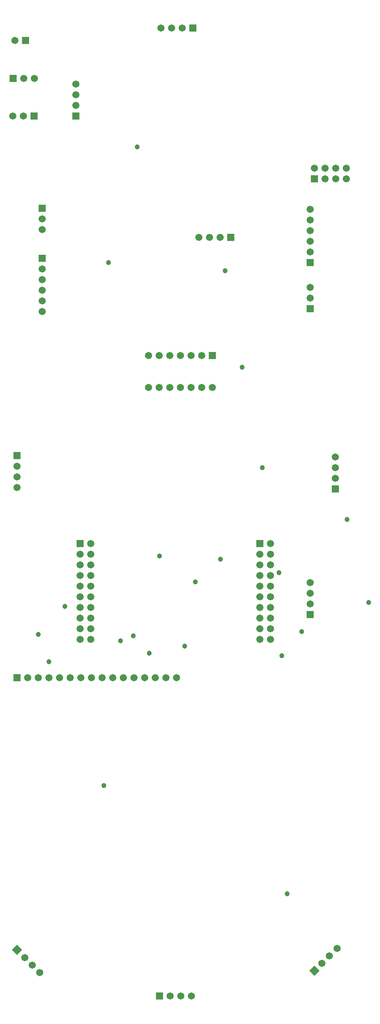
<source format=gbr>
%FSLAX44Y44*%
%MOMM*%
%SFA1B1*%

%IPPOS*%
%AMD21*
4,1,4,-1.203960,0.000000,0.000000,-1.203960,1.203960,0.000000,0.000000,1.203960,-1.203960,0.000000,0.0*
%
%AMD22*
4,1,4,0.000000,1.203960,-1.203960,0.000000,0.000000,-1.203960,1.203960,0.000000,0.000000,1.203960,0.0*
%
%ADD19R,1.703197X1.703197*%
%ADD20C,1.703197*%
G04~CAMADD=21~10~0.0~670.6~0.0~0.0~0.0~0.0~0~0.0~0.0~0.0~0.0~0~0.0~0.0~0.0~0.0~0~0.0~0.0~0.0~135.0~670.6~0.0*
%ADD21D21*%
G04~CAMADD=22~10~0.0~670.6~0.0~0.0~0.0~0.0~0~0.0~0.0~0.0~0.0~0~0.0~0.0~0.0~0.0~0~0.0~0.0~0.0~405.0~670.6~0.0*
%ADD22D22*%
%ADD23R,1.703197X1.703197*%
%ADD24R,1.703197X1.703197*%
%ADD25C,1.703197*%
%ADD26C,1.203198*%
%LNpcb1_soldermask_top-1*%
%LPD*%
G54D19*
X959999Y859999D03*
X619999Y1619999D03*
X1129999Y2669999D03*
X1329999Y2809999D03*
X1039999Y3169999D03*
X659999Y2959999D03*
X609999Y3049999D03*
X639999Y3139999D03*
G54D20*
X673880Y916118D03*
X655920Y934078D03*
X637960Y952039D03*
X985399Y859999D03*
X1010799D03*
X1036199D03*
X1347960Y937960D03*
X1365920Y955920D03*
X1383880Y973881D03*
X1000999Y1619999D03*
X975599D03*
X950199D03*
X924799D03*
X899399D03*
X873999D03*
X848599D03*
X823199D03*
X797799D03*
X772399D03*
X746999D03*
X721599D03*
X696199D03*
X670799D03*
X645399D03*
X769999Y1711399D03*
Y1736799D03*
X795399D03*
Y1711399D03*
Y1762199D03*
Y1787599D03*
Y1812999D03*
Y1838399D03*
Y1863799D03*
Y1889199D03*
Y1914599D03*
Y1939999D03*
X769999Y1914599D03*
Y1889199D03*
Y1863799D03*
Y1838399D03*
Y1812999D03*
Y1787599D03*
Y1762199D03*
X619999Y2073799D03*
Y2099199D03*
Y2124599D03*
X679999Y2492999D03*
Y2518399D03*
Y2543799D03*
Y2569199D03*
Y2594599D03*
Y2689199D03*
Y2714599D03*
X759999Y2985399D03*
Y3010799D03*
Y3036199D03*
X660799Y3049999D03*
X635399D03*
X634599Y2959999D03*
X609199D03*
X614599Y3139999D03*
X963799Y3169999D03*
X989199D03*
X1014599D03*
X1329999Y2835399D03*
X1355399D03*
Y2809999D03*
X1319999Y2736999D03*
Y2711599D03*
Y2686199D03*
Y2660799D03*
Y2635399D03*
Y2550799D03*
Y2525399D03*
X1104599Y2669999D03*
X1079199D03*
X1053799D03*
X1380799Y2809999D03*
X1406199D03*
Y2835399D03*
X1380799D03*
X1379999Y2146199D03*
Y2120799D03*
Y2095399D03*
X1225399Y1939999D03*
Y1914599D03*
X1199999D03*
Y1889199D03*
X1225399D03*
Y1863799D03*
X1199999D03*
Y1838399D03*
X1225399D03*
Y1812999D03*
X1199999D03*
Y1787599D03*
Y1762199D03*
X1225399D03*
Y1787599D03*
Y1736799D03*
X1199999D03*
Y1711399D03*
X1225399D03*
X1319999Y1795399D03*
Y1820799D03*
Y1846199D03*
G54D21*
X1329999Y919999D03*
G54D22*
X619999Y969999D03*
G54D23*
X1319999Y1769999D03*
X1199999Y1939999D03*
X1379999Y2069999D03*
X1319999Y2499999D03*
Y2609999D03*
X759999Y2959999D03*
X679999Y2739999D03*
Y2619999D03*
X619999Y2149999D03*
X769999Y1939999D03*
G54D24*
X1086199Y2388099D03*
G54D25*
X1060799Y2311899D03*
X1086199D03*
X1060799Y2388099D03*
X1035399D03*
X1009999D03*
X984599D03*
Y2311899D03*
X1009999D03*
X1035399D03*
X959199Y2388099D03*
X933799D03*
Y2311899D03*
X959199D03*
G54D26*
X1264666Y1104138D03*
X827278Y1361948D03*
X935482Y1677670D03*
X1020572Y1694688D03*
X1045972Y1848104D03*
X1105916Y1902460D03*
X1245362Y1870202D03*
X1299999Y1729999D03*
X1251966Y1672082D03*
X1459230Y1798828D03*
X1407922Y1997456D03*
X1205484Y2120799D03*
X1157732Y2360676D03*
X1117092Y2590800D03*
X907034Y2886456D03*
X838454Y2609850D03*
X959999Y1909999D03*
X897128Y1719514D03*
X867156Y1707642D03*
X734060Y1789430D03*
X670814Y1722882D03*
X696199Y1657350D03*
M02*
</source>
